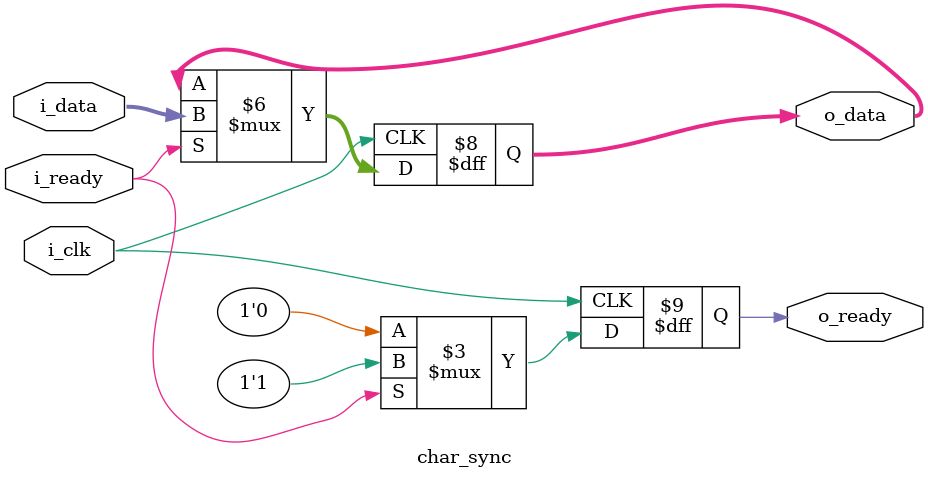
<source format=v>
module char_sync(
	input i_clk,
	input [7:0] i_data,
	input i_ready,
	output reg [7:0] o_data,
	output reg o_ready
);


	always @(posedge i_clk) begin
		
		if(i_ready) begin
			
			o_data <= i_data;
			o_ready <= 1'b1;
			
		end else
			o_ready <= 1'b0;
			

	end



endmodule
</source>
